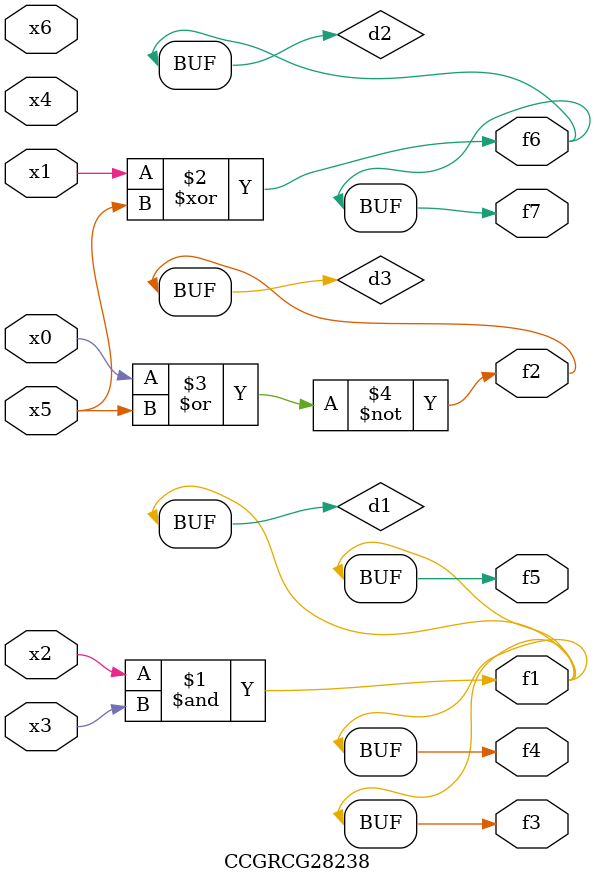
<source format=v>
module CCGRCG28238(
	input x0, x1, x2, x3, x4, x5, x6,
	output f1, f2, f3, f4, f5, f6, f7
);

	wire d1, d2, d3;

	and (d1, x2, x3);
	xor (d2, x1, x5);
	nor (d3, x0, x5);
	assign f1 = d1;
	assign f2 = d3;
	assign f3 = d1;
	assign f4 = d1;
	assign f5 = d1;
	assign f6 = d2;
	assign f7 = d2;
endmodule

</source>
